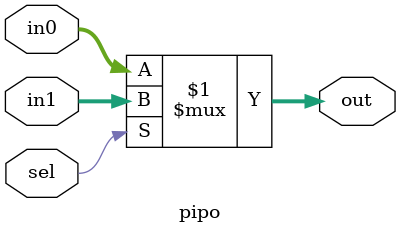
<source format=v>
`timescale 1ns / 1ps


module pipo(
input[15:0] in0, in1,
input sel,
output [15:0]out
);
assign out= sel? in1:in0;
endmodule


</source>
